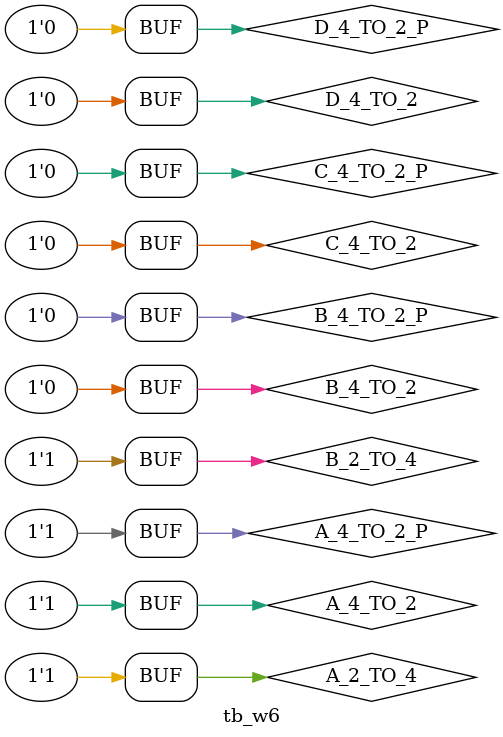
<source format=v>
`timescale 1ns/1ns

module tb_w6;
	
	//////////////////////////////////
	//////////////////////////////////
	//////////////////////////////////
	//4:2 Encoder
	//input 
	reg A_4_TO_2, B_4_TO_2, C_4_TO_2, D_4_TO_2;
	
	//output
	wire OUTPUT1_4_TO_2_B, OUTPUT0_4_TO_2_B; //behavioral modeling
	wire OUTPUT1_4_TO_2_D, OUTPUT0_4_TO_2_D; //dataflow modeling
	wire OUTPUT1_4_TO_2_G, OUTPUT0_4_TO_2_G; //gatelevel modeling	
	
	//////////////////////////////////
	//////////////////////////////////
	//////////////////////////////////
	//2:4 Decoder
	//input 
	reg A_2_TO_4, B_2_TO_4;
	
	//output
	wire OUTPUT3_2_TO_4_B, OUTPUT2_2_TO_4_B, OUTPUT1_2_TO_4_B, OUTPUT0_2_TO_4_B; //behavioral modeling
	wire OUTPUT3_2_TO_4_D, OUTPUT2_2_TO_4_D, OUTPUT1_2_TO_4_D, OUTPUT0_2_TO_4_D; //dataflow modeling
	wire OUTPUT3_2_TO_4_G, OUTPUT2_2_TO_4_G, OUTPUT1_2_TO_4_G, OUTPUT0_2_TO_4_G; //gatelevel modeling

	//////////////////////////////////
	//////////////////////////////////
	//////////////////////////////////
	//4:2 Priority Encoder
	//input 
	reg A_4_TO_2_P, B_4_TO_2_P, C_4_TO_2_P, D_4_TO_2_P;
	
	//output
	wire OUTPUT1_A_4_TO_2_P_B, OUTPUT0_A_4_TO_2_P_B;
	wire OUTPUT1_A_4_TO_2_P_D, OUTPUT0_A_4_TO_2_P_D;
	wire OUTPUT1_A_4_TO_2_P_G, OUTPUT0_A_4_TO_2_P_G;
	
	//temporal variable for loop
	//You may use it to create your test plan for the 4:2 priority module
	integer count;

	//Module instantiation
	//4:2 Encoder
	four_to_two_encoder_behavioral_module four_to_two_encoder_behavioral( .a(A_4_TO_2), .b(B_4_TO_2), .c(C_4_TO_2), .d(D_4_TO_2), .out0(OUTPUT0_4_TO_2_B), .out1(OUTPUT1_4_TO_2_B));	
	four_to_two_encoder_dataflow_module four_to_two_encoder_dataflow( .a(A_4_TO_2), .b(B_4_TO_2), .c(C_4_TO_2), .d(D_4_TO_2), .out0(OUTPUT0_4_TO_2_D), .out1(OUTPUT1_4_TO_2_D));
	four_to_two_encoder_gatelevel_module four_to_two_encoder_gatelevel( .a(A_4_TO_2), .b(B_4_TO_2), .c(C_4_TO_2), .d(D_4_TO_2), .out0(OUTPUT0_4_TO_2_G), .out1(OUTPUT1_4_TO_2_G));
	
	
	//2:4 Decoder
	two_to_four_decoder_behavioral_module two_to_four_decoder_behavioral(.a(A_2_TO_4), .b(B_2_TO_4), .out0(OUTPUT0_2_TO_4_B), .out1(OUTPUT1_2_TO_4_B), .out2(OUTPUT2_2_TO_4_B), .out3(OUTPUT3_2_TO_4_B));
	two_to_four_decoder_dataflow_module two_to_four_decoder_dataflow(.a(A_2_TO_4), .b(B_2_TO_4), .out0(OUTPUT0_2_TO_4_D), .out1(OUTPUT1_2_TO_4_D), .out2(OUTPUT2_2_TO_4_D), .out3(OUTPUT3_2_TO_4_D));
	two_to_four_decoder_gatelevel_module two_to_four_decoder_gatelevel(.a(A_2_TO_4), .b(B_2_TO_4), .out0(OUTPUT0_2_TO_4_G), .out1(OUTPUT1_2_TO_4_G), .out2(OUTPUT2_2_TO_4_G), .out3(OUTPUT3_2_TO_4_G));
	
	//4:2 Priority encoder
	four_to_two_priority_encoder_behavioral_module four_to_two_priority_encoder_behavioral( .a(A_4_TO_2_P), .b(B_4_TO_2_P), .c(C_4_TO_2), .d(D_4_TO_2_P), .out0(OUTPUT0_4_TO_2_P_B), .out1(OUTPUT1_4_TO_2_P_B));
	four_to_two_priority_encoder_dataflow_module four_to_two_priority_encoder_dataflow( .a(A_4_TO_2_P), .b(B_4_TO_2_P), .c(C_4_TO_2_P), .d(D_4_TO_2_P), .out0(OUTPUT0_4_TO_2_P_D), .out1(OUTPUT1_4_TO_2_P_D));
	four_to_two_priority_encoder_gatelevel_module four_to_two_priority_encoder_gatelevel( .a(A_4_TO_2_P), .b(B_4_TO_2_P), .c(C_4_TO_2_P), .d(D_4_TO_2_P), .out0(OUTPUT0_4_TO_2_P_G), .out1(OUTPUT1_4_TO_2_P_G));
	
	
	initial
	begin
		 A_4_TO_2 = 1'b0; B_4_TO_2 = 1'b0; C_4_TO_2 = 1'b0; D_4_TO_2 = 1'b0;
		 A_2_TO_4 = 1'b0; B_2_TO_4 = 1'b0;
		 A_4_TO_2_P = 1'b0; B_4_TO_2_P = 1'b0; C_4_TO_2_P = 1'b0; D_4_TO_2_P = 1'b0;
	end
	
	initial 
	begin	
		 
		 // Test pattern for 4:2 Encoder
		#10 A_4_TO_2 = 1'b0; B_4_TO_2 = 1'b0; C_4_TO_2 = 1'b0; D_4_TO_2 = 1'b1;	 
		#10 A_4_TO_2 = 1'b0; B_4_TO_2 = 1'b0; C_4_TO_2 = 1'b1; D_4_TO_2 = 1'b0;	
		#10 A_4_TO_2 = 1'b0; B_4_TO_2 = 1'b1; C_4_TO_2 = 1'b0; D_4_TO_2 = 1'b0;	
		#10 A_4_TO_2 = 1'b1; B_4_TO_2 = 1'b0; C_4_TO_2 = 1'b0; D_4_TO_2 = 1'b0;	
		
		#90 //delay to border the test of 2:4 Decoder
		#10 A_2_TO_4 = 1'b0; B_2_TO_4 = 1'b0;
		#10 A_2_TO_4 = 1'b0; B_2_TO_4 = 1'b1;
		#10 A_2_TO_4 = 1'b1; B_2_TO_4 = 1'b0;
		#10 A_2_TO_4 = 1'b1; B_2_TO_4 = 1'b1;
		
		#90 //delay to border the test of 4:2 Priority encoder
		#10 A_4_TO_2_P = 1'b0; B_4_TO_2_P = 1'b0; C_4_TO_2_P = 1'b0; D_4_TO_2_P = 1'b1;	 
		#10 A_4_TO_2_P = 1'b0; B_4_TO_2_P = 1'b0; C_4_TO_2_P = 1'b1; D_4_TO_2_P = 1'b0;	
		#10 A_4_TO_2_P = 1'b0; B_4_TO_2_P = 1'b1; C_4_TO_2_P = 1'b0; D_4_TO_2_P = 1'b0;	
		#10 A_4_TO_2_P = 1'b1; B_4_TO_2_P = 1'b0; C_4_TO_2_P = 1'b0; D_4_TO_2_P = 1'b0;	

	end
	
	
endmodule



</source>
